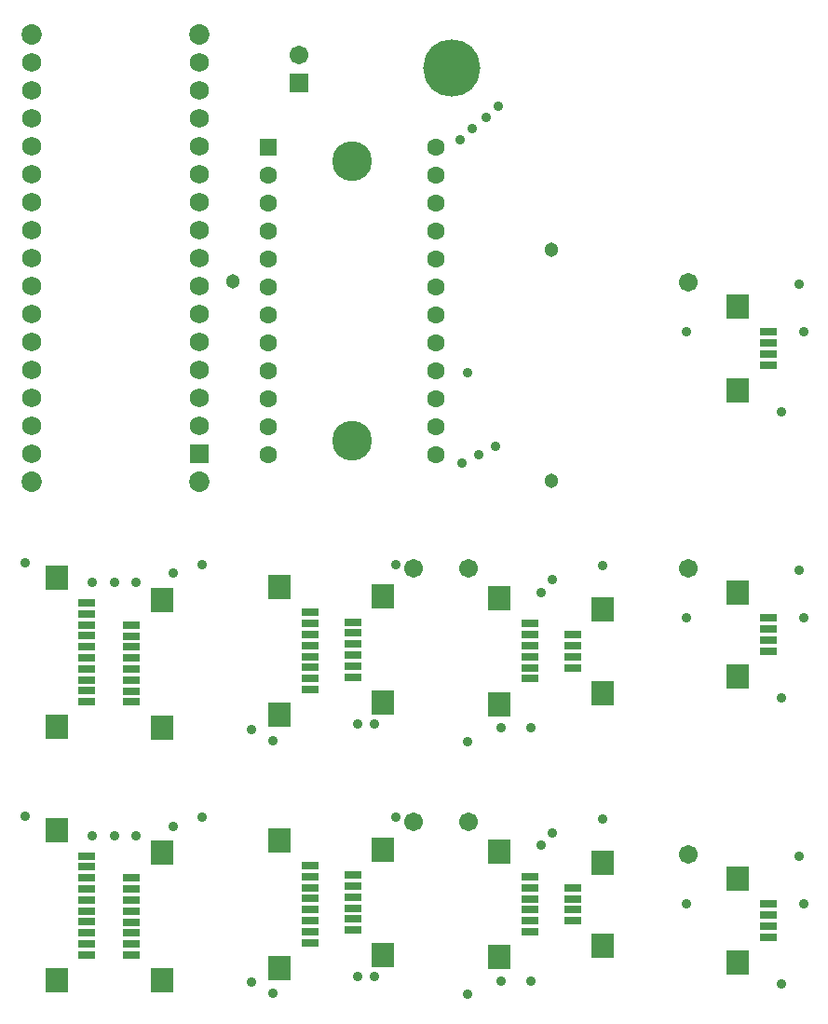
<source format=gbr>
%TF.GenerationSoftware,Altium Limited,Altium Designer,24.3.1 (35)*%
G04 Layer_Color=16711935*
%FSLAX45Y45*%
%MOMM*%
%TF.SameCoordinates,065391E9-2A1D-4ECE-AA0D-878B158C5FC5*%
%TF.FilePolarity,Negative*%
%TF.FileFunction,Soldermask,Bot*%
%TF.Part,CustomerPanel*%
G01*
G75*
%TA.AperFunction,SMDPad,CuDef*%
%ADD34R,2.00320X2.20320*%
%ADD35R,1.50320X0.80320*%
%TA.AperFunction,ComponentPad*%
%ADD40C,1.71120*%
%ADD41R,1.71120X1.71120*%
%ADD42C,1.85420*%
%ADD43C,1.72720*%
%ADD44R,1.72720X1.72720*%
%ADD45C,3.61600*%
%ADD46C,1.60800*%
%ADD47R,1.60800X1.60800*%
%TA.AperFunction,ViaPad*%
%ADD48C,1.30320*%
%ADD49C,5.20320*%
%ADD50C,0.90320*%
%ADD51C,1.70320*%
D34*
X406400Y1569004D02*
D03*
Y209001D02*
D03*
X1358900Y207401D02*
D03*
Y1367399D02*
D03*
X406400Y3869004D02*
D03*
Y2509001D02*
D03*
X1358900Y2507401D02*
D03*
Y3667399D02*
D03*
X3370000Y1394399D02*
D03*
Y434401D02*
D03*
X2431800Y1481699D02*
D03*
Y321701D02*
D03*
X3370000Y3694399D02*
D03*
Y2734401D02*
D03*
X2431800Y3781699D02*
D03*
Y2621701D02*
D03*
X6596900Y370001D02*
D03*
Y1130004D02*
D03*
Y2970001D02*
D03*
Y3730004D02*
D03*
Y5570001D02*
D03*
Y6330005D02*
D03*
X4431800Y1379999D02*
D03*
Y420001D02*
D03*
X5371600Y520001D02*
D03*
Y1279999D02*
D03*
X4431800Y3679999D02*
D03*
Y2720001D02*
D03*
X5371600Y2820001D02*
D03*
Y3579999D02*
D03*
D35*
X681401Y439003D02*
D03*
Y539003D02*
D03*
Y639003D02*
D03*
Y739003D02*
D03*
Y839003D02*
D03*
Y939002D02*
D03*
Y1039002D02*
D03*
Y1139002D02*
D03*
Y1239002D02*
D03*
Y1339002D02*
D03*
X1083899Y1137397D02*
D03*
Y1037397D02*
D03*
Y937397D02*
D03*
Y837397D02*
D03*
Y737398D02*
D03*
Y637398D02*
D03*
Y537398D02*
D03*
Y437398D02*
D03*
X681401Y2739003D02*
D03*
Y2839003D02*
D03*
Y2939003D02*
D03*
Y3039003D02*
D03*
Y3139003D02*
D03*
Y3239002D02*
D03*
Y3339002D02*
D03*
Y3439002D02*
D03*
Y3539002D02*
D03*
Y3639002D02*
D03*
X1083899Y3437397D02*
D03*
Y3337397D02*
D03*
Y3237397D02*
D03*
Y3137397D02*
D03*
Y3037398D02*
D03*
Y2937398D02*
D03*
Y2837398D02*
D03*
Y2737398D02*
D03*
X3094999Y664398D02*
D03*
Y764398D02*
D03*
Y864403D02*
D03*
Y964402D02*
D03*
Y1064402D02*
D03*
Y1164402D02*
D03*
X2706801Y551698D02*
D03*
Y651698D02*
D03*
Y751698D02*
D03*
Y851703D02*
D03*
Y951702D02*
D03*
Y1051702D02*
D03*
Y1151702D02*
D03*
Y1251702D02*
D03*
X3094999Y2964398D02*
D03*
Y3064398D02*
D03*
Y3164403D02*
D03*
Y3264402D02*
D03*
Y3364402D02*
D03*
Y3464402D02*
D03*
X2706801Y2851698D02*
D03*
Y2951698D02*
D03*
Y3051698D02*
D03*
Y3151703D02*
D03*
Y3251702D02*
D03*
Y3351702D02*
D03*
Y3451702D02*
D03*
Y3551702D02*
D03*
X6871901Y900002D02*
D03*
Y800002D02*
D03*
Y700003D02*
D03*
Y600003D02*
D03*
Y3500002D02*
D03*
Y3400003D02*
D03*
Y3300003D02*
D03*
Y3200003D02*
D03*
Y6100003D02*
D03*
Y6000003D02*
D03*
Y5900003D02*
D03*
Y5800003D02*
D03*
X4706801Y650003D02*
D03*
Y750003D02*
D03*
Y850003D02*
D03*
Y950002D02*
D03*
Y1050002D02*
D03*
Y1150002D02*
D03*
X5096599Y1050002D02*
D03*
Y950002D02*
D03*
Y850003D02*
D03*
Y750003D02*
D03*
X4706801Y2950003D02*
D03*
Y3050003D02*
D03*
Y3150003D02*
D03*
Y3250002D02*
D03*
Y3350002D02*
D03*
Y3450002D02*
D03*
X5096599Y3350002D02*
D03*
Y3250002D02*
D03*
Y3150003D02*
D03*
Y3050003D02*
D03*
D40*
X2603500Y8614800D02*
D03*
D41*
Y8364800D02*
D03*
D42*
X1701800Y8806001D02*
D03*
X177800D02*
D03*
Y4742001D02*
D03*
X1701800D02*
D03*
D43*
X177800Y4996001D02*
D03*
Y5250001D02*
D03*
Y5504001D02*
D03*
Y5758001D02*
D03*
Y6012001D02*
D03*
Y6266001D02*
D03*
Y6520001D02*
D03*
Y6774001D02*
D03*
Y7028001D02*
D03*
Y7282001D02*
D03*
Y7536001D02*
D03*
Y7790001D02*
D03*
Y8044001D02*
D03*
Y8298001D02*
D03*
Y8552001D02*
D03*
X1701800D02*
D03*
Y8298001D02*
D03*
Y8044001D02*
D03*
Y7790001D02*
D03*
Y7536001D02*
D03*
Y7282001D02*
D03*
Y7028001D02*
D03*
Y6774001D02*
D03*
Y6520001D02*
D03*
Y6266001D02*
D03*
Y6012001D02*
D03*
Y5758001D02*
D03*
Y5504001D02*
D03*
Y5250001D02*
D03*
D44*
Y4996001D02*
D03*
D45*
X3086100Y5109600D02*
D03*
Y7649600D02*
D03*
D46*
X3848100Y7776600D02*
D03*
Y7522600D02*
D03*
Y7268600D02*
D03*
Y7014600D02*
D03*
Y6760600D02*
D03*
Y6506600D02*
D03*
Y6252600D02*
D03*
Y5998600D02*
D03*
Y5744600D02*
D03*
Y5490600D02*
D03*
Y5236600D02*
D03*
Y4982600D02*
D03*
X2324100D02*
D03*
Y5236600D02*
D03*
Y5490600D02*
D03*
Y5744600D02*
D03*
Y5998600D02*
D03*
Y6252600D02*
D03*
Y6506600D02*
D03*
Y6760600D02*
D03*
Y7014600D02*
D03*
Y7268600D02*
D03*
Y7522600D02*
D03*
D47*
Y7776600D02*
D03*
D48*
X4900000Y4750000D02*
D03*
Y6850000D02*
D03*
X2006600Y6557400D02*
D03*
D49*
X4000000Y8500000D02*
D03*
D50*
X4069412Y7850000D02*
D03*
X4182127Y7950000D02*
D03*
X4419600Y8150000D02*
D03*
X4305300Y8050000D02*
D03*
X4241800Y4982600D02*
D03*
X4140200Y5731900D02*
D03*
X4394200Y5058800D02*
D03*
X4089400Y4906400D02*
D03*
X1130000Y1524000D02*
D03*
X930000D02*
D03*
X730000D02*
D03*
X1460500Y1610599D02*
D03*
X114300Y1701800D02*
D03*
X1724601Y1689100D02*
D03*
X1130000Y3824000D02*
D03*
X930000D02*
D03*
X730000D02*
D03*
X1460500Y3910598D02*
D03*
X114300Y4001800D02*
D03*
X1724601Y3989100D02*
D03*
X3143000Y241300D02*
D03*
X3295400D02*
D03*
X2177800Y190500D02*
D03*
X2368300Y88900D02*
D03*
X3485900Y1689100D02*
D03*
X3143000Y2541300D02*
D03*
X3295400D02*
D03*
X2177800Y2490500D02*
D03*
X2368300Y2388900D02*
D03*
X3485900Y3989100D02*
D03*
X6990600Y177800D02*
D03*
X7193800Y901700D02*
D03*
X7155700Y1333500D02*
D03*
X6127000Y901700D02*
D03*
X6990600Y2777800D02*
D03*
X7193800Y3501700D02*
D03*
X7155700Y3933500D02*
D03*
X6127000Y3501700D02*
D03*
X6990600Y5377800D02*
D03*
X7193800Y6101700D02*
D03*
X7155700Y6533500D02*
D03*
X6127000Y6101700D02*
D03*
X4812800Y1435100D02*
D03*
X4444500Y203200D02*
D03*
X4711600D02*
D03*
X4138902Y78740D02*
D03*
X5371600Y1676400D02*
D03*
X4914400Y1549400D02*
D03*
X4812800Y3735100D02*
D03*
X4444500Y2503200D02*
D03*
X4711600D02*
D03*
X4138902Y2378740D02*
D03*
X5371600Y3976400D02*
D03*
X4914400Y3849400D02*
D03*
D51*
X3649999Y1649999D02*
D03*
Y3949999D02*
D03*
X6150000Y1350000D02*
D03*
Y3950000D02*
D03*
Y6550000D02*
D03*
X4150000Y1650000D02*
D03*
Y3950000D02*
D03*
%TF.MD5,e79959c9a2f75cc38aa657981e458685*%
M02*

</source>
